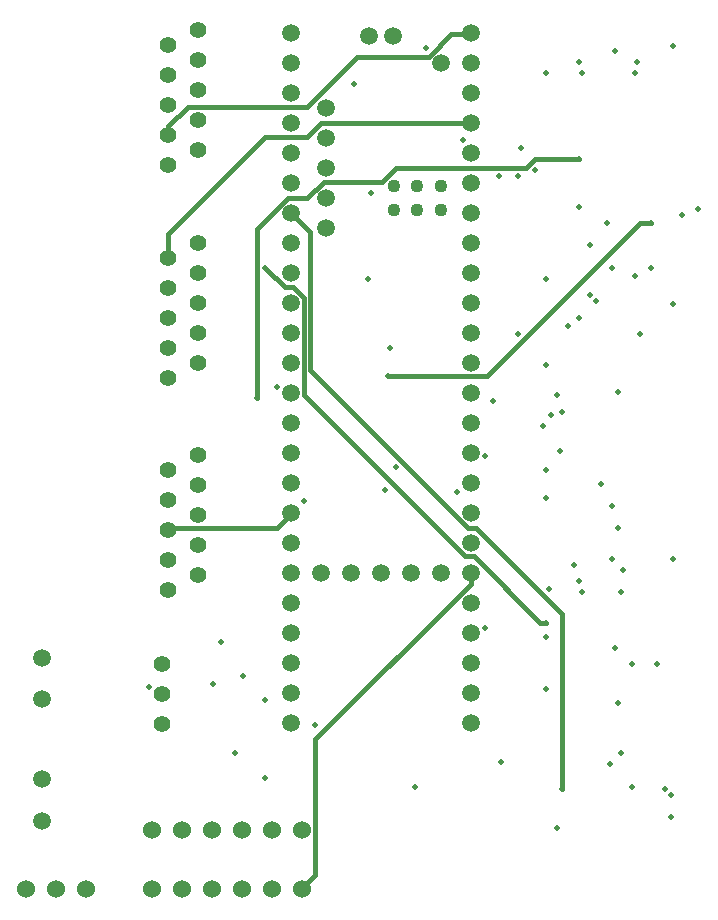
<source format=gbr>
G04 EAGLE Gerber RS-274X export*
G75*
%MOMM*%
%FSLAX34Y34*%
%LPD*%
%INCopper Layer 15*%
%IPPOS*%
%AMOC8*
5,1,8,0,0,1.08239X$1,22.5*%
G01*
%ADD10C,1.508000*%
%ADD11C,1.408000*%
%ADD12C,1.108000*%
%ADD13C,1.398000*%
%ADD14C,1.524000*%
%ADD15C,0.381000*%
%ADD16C,0.460000*%


D10*
X673400Y-349400D03*
X673400Y-384400D03*
D11*
X775000Y-380000D03*
X775000Y-405400D03*
X775000Y-354600D03*
D10*
X883800Y179800D03*
X960000Y-277400D03*
X1036200Y154400D03*
X1036200Y179800D03*
X1036200Y129000D03*
X934600Y-277400D03*
X909200Y-277400D03*
X985400Y-277400D03*
X1010800Y-277400D03*
X1036200Y-150400D03*
X883800Y-150400D03*
X883800Y154400D03*
X883800Y129000D03*
X883800Y103600D03*
X883800Y78200D03*
X883800Y52800D03*
X883800Y27400D03*
X883800Y2000D03*
X883800Y-23400D03*
X883800Y-48800D03*
X883800Y-74200D03*
X883800Y-99600D03*
X883800Y-125000D03*
X1010800Y154400D03*
X1036200Y-125000D03*
X1036200Y-99600D03*
X1036200Y-74200D03*
X1036200Y-48800D03*
X1036200Y-23400D03*
X1036200Y2000D03*
X1036200Y27400D03*
X1036200Y52800D03*
X1036200Y78200D03*
X1036200Y103600D03*
X883800Y-175800D03*
X883800Y-226600D03*
X883800Y-252000D03*
X883800Y-277400D03*
X883800Y-302800D03*
X883800Y-328200D03*
X883800Y-353600D03*
X883800Y-379000D03*
X883800Y-404400D03*
X1036200Y-201200D03*
X1036200Y-226600D03*
X1036200Y-252000D03*
X1036200Y-277400D03*
X1036200Y-302800D03*
X1036200Y-328200D03*
X1036200Y-353600D03*
X1036200Y-379000D03*
X1036200Y-404400D03*
X913800Y116300D03*
X913800Y90900D03*
X913800Y65500D03*
X913800Y40100D03*
X913800Y14700D03*
X883800Y-201200D03*
X1036200Y-175800D03*
X970000Y177500D03*
X950000Y177500D03*
D12*
X1010800Y50100D03*
X990800Y50100D03*
X970800Y50100D03*
X1010800Y30100D03*
X990800Y30100D03*
X970800Y30100D03*
D13*
X805100Y-177850D03*
X779700Y-190550D03*
X805100Y-203250D03*
X779700Y-215950D03*
X805100Y-228650D03*
X779700Y-241350D03*
X805100Y-254050D03*
X779700Y-266750D03*
X805100Y-279450D03*
X779700Y-292150D03*
X805100Y2150D03*
X779700Y-10550D03*
X805100Y-23250D03*
X779700Y-35950D03*
X805100Y-48650D03*
X779700Y-61350D03*
X805100Y-74050D03*
X779700Y-86750D03*
X805100Y-99450D03*
X779700Y-112150D03*
X805100Y182150D03*
X779700Y169450D03*
X805100Y156750D03*
X779700Y144050D03*
X805100Y131350D03*
X779700Y118650D03*
X805100Y105950D03*
X779700Y93250D03*
X805100Y80550D03*
X779700Y67850D03*
D14*
X766500Y-495000D03*
X791900Y-495000D03*
X817300Y-495000D03*
X842700Y-495000D03*
X868100Y-495000D03*
X893500Y-495000D03*
X766500Y-545000D03*
X791900Y-545000D03*
X817300Y-545000D03*
X842700Y-545000D03*
X868100Y-545000D03*
X893500Y-545000D03*
D10*
X673400Y-452000D03*
X673400Y-487000D03*
D14*
X659600Y-545000D03*
X685000Y-545000D03*
X710400Y-545000D03*
D15*
X780034Y93980D02*
X780034Y101029D01*
X796481Y117475D01*
X897509Y117475D01*
X939800Y159766D01*
X1000887Y159766D01*
X1019683Y178562D01*
X1036130Y178562D01*
X780034Y93980D02*
X779700Y93250D01*
X1036130Y178562D02*
X1036200Y179800D01*
X855218Y14097D02*
X855218Y-129223D01*
X855218Y14097D02*
X881063Y39942D01*
X897509Y39942D01*
X911606Y54039D01*
X960946Y54039D01*
X972693Y65786D01*
X1083120Y65786D01*
X1090168Y72835D01*
X1127760Y72835D01*
D16*
X855218Y-129223D03*
X1127760Y72835D03*
X1151255Y18796D03*
X1188847Y-18796D03*
X1090168Y63437D03*
X1174750Y-25845D03*
D15*
X1179449Y18796D02*
X1188847Y18796D01*
X1179449Y18796D02*
X1050227Y-110427D01*
X965645Y-110427D01*
D16*
X1188847Y18796D03*
X965645Y-110427D03*
X1155954Y-18796D03*
X1137158Y0D03*
X1174750Y145669D03*
X1130110Y145669D03*
X1177100Y155067D03*
X1127760Y155067D03*
X1158304Y164465D03*
X1099566Y145669D03*
X1076071Y58738D03*
X1108964Y-493395D03*
X1228789Y30544D03*
X1200595Y-460502D03*
X1214692Y25845D03*
X1127760Y32893D03*
X1078421Y82233D03*
X951548Y44641D03*
X862267Y-385318D03*
X1099566Y-190310D03*
X1099566Y-213805D03*
X862267Y-451104D03*
X1097217Y-152718D03*
X1160653Y-239649D03*
X1160653Y-124524D03*
X963295Y-206756D03*
X1155954Y-220853D03*
X1113663Y-140970D03*
X1137158Y-42291D03*
X1118362Y-68136D03*
X1179449Y-75184D03*
X1076071Y-75184D03*
X1141857Y-46990D03*
X1127760Y-61087D03*
X1024382Y-209106D03*
X1108964Y-126873D03*
X1047877Y-324231D03*
X1111314Y-173863D03*
X1146556Y-202057D03*
X1104265Y-143320D03*
X1047877Y-178562D03*
X1059625Y58738D03*
X1160653Y-387668D03*
D15*
X1099566Y-319532D02*
X1094867Y-319532D01*
X1038479Y-263144D01*
X1031431Y-263144D01*
X895160Y-126873D01*
X895160Y-44641D01*
X885762Y-35243D01*
X878713Y-35243D01*
X862267Y-18796D01*
D16*
X1099566Y-319532D03*
X862267Y-18796D03*
X1099566Y-375920D03*
X1163003Y-429959D03*
X1172401Y-354775D03*
X937451Y136271D03*
X1163003Y-293688D03*
X1130110Y-293688D03*
X1165352Y-274892D03*
X1127760Y-284290D03*
X1123061Y-270193D03*
X1101916Y-291338D03*
X1205294Y-465201D03*
X998538Y166815D03*
X1193546Y-354775D03*
X1029081Y89281D03*
X1172401Y-458153D03*
X1153605Y-439357D03*
X989140Y-458153D03*
X1099566Y-331280D03*
X1155954Y-265494D03*
X1099566Y-101029D03*
X1099566Y-28194D03*
X1207643Y-49340D03*
X1207643Y169164D03*
X1207643Y-265494D03*
X1205294Y-483997D03*
X1158304Y-340678D03*
D15*
X1113663Y-312484D02*
X1113663Y-460502D01*
X1113663Y-312484D02*
X1040829Y-239649D01*
X1033780Y-239649D01*
X899859Y-105728D01*
X899859Y11748D01*
X885762Y25845D01*
X883800Y27400D01*
D16*
X1113663Y-460502D03*
X1061974Y-437007D03*
X1054926Y-131572D03*
X949198Y-28194D03*
X972693Y-187960D03*
D15*
X1036130Y-279591D02*
X1036130Y-286639D01*
X904558Y-418211D01*
X904558Y-533337D01*
X895160Y-542735D01*
X1036130Y-279591D02*
X1036200Y-277400D01*
X895160Y-542735D02*
X893500Y-545000D01*
D16*
X967994Y-86932D03*
D15*
X780034Y-9398D02*
X780034Y9398D01*
X862267Y91631D01*
X897509Y91631D01*
X909257Y103378D01*
X1036130Y103378D01*
X780034Y-9398D02*
X779700Y-10550D01*
X1036130Y103378D02*
X1036200Y103600D01*
D16*
X817626Y-371221D03*
X895160Y-216154D03*
D15*
X871665Y-239649D02*
X780034Y-239649D01*
X871665Y-239649D02*
X883412Y-227902D01*
X780034Y-239649D02*
X779700Y-241350D01*
X883412Y-227902D02*
X883800Y-226600D01*
D16*
X824675Y-335979D03*
X836422Y-429959D03*
X843471Y-364173D03*
X871665Y-119825D03*
X904558Y-406464D03*
X763588Y-373571D03*
M02*

</source>
